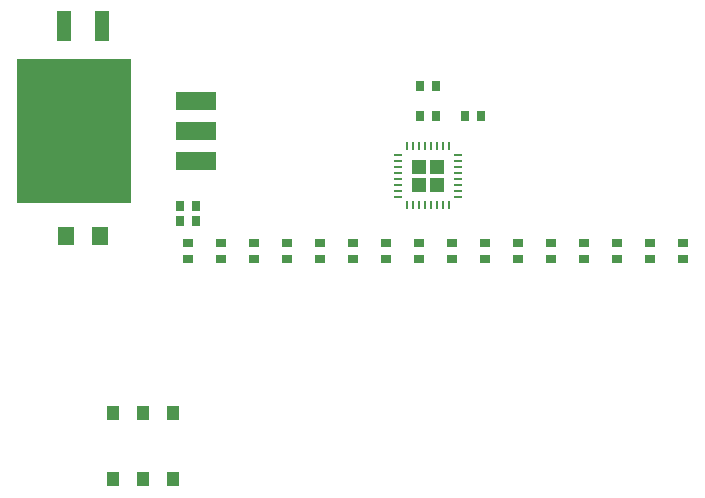
<source format=gbr>
G04 EAGLE Gerber RS-274X export*
G75*
%MOMM*%
%FSLAX34Y34*%
%LPD*%
%INSolderpaste Top*%
%IPPOS*%
%AMOC8*
5,1,8,0,0,1.08239X$1,22.5*%
G01*
%ADD10R,0.800000X0.284600*%
%ADD11R,0.284600X0.800000*%
%ADD12R,1.300000X1.300000*%
%ADD13R,0.700000X0.900000*%
%ADD14R,9.750000X12.200000*%
%ADD15R,3.500000X1.600000*%
%ADD16R,1.200000X2.500000*%
%ADD17R,1.400000X1.600000*%
%ADD18R,1.000000X1.150000*%
%ADD19R,0.900000X0.700000*%


D10*
X330600Y296900D03*
X330600Y291900D03*
X330600Y286900D03*
X330600Y281900D03*
X330600Y276900D03*
X330600Y271900D03*
X330600Y266900D03*
X330600Y261900D03*
D11*
X338100Y254400D03*
X343100Y254400D03*
X348100Y254400D03*
X353100Y254400D03*
X358100Y254400D03*
X363100Y254400D03*
X368100Y254400D03*
X373100Y254400D03*
D10*
X380600Y261900D03*
X380600Y266900D03*
X380600Y271900D03*
X380600Y276900D03*
X380600Y281900D03*
X380600Y286900D03*
X380600Y291900D03*
X380600Y296900D03*
D11*
X373100Y304400D03*
X368100Y304400D03*
X363100Y304400D03*
X358100Y304400D03*
X353100Y304400D03*
X348100Y304400D03*
X343100Y304400D03*
X338100Y304400D03*
D12*
X363600Y287400D03*
X363600Y271400D03*
X347600Y287400D03*
X347600Y271400D03*
D13*
X349100Y355600D03*
X362100Y355600D03*
D14*
X56200Y317500D03*
D15*
X158950Y317500D03*
X158950Y342900D03*
X158950Y292100D03*
D16*
X47000Y406400D03*
X80000Y406400D03*
D17*
X49500Y228600D03*
X77500Y228600D03*
D13*
X158900Y254000D03*
X145900Y254000D03*
X145900Y241300D03*
X158900Y241300D03*
D18*
X139300Y79050D03*
X114300Y79050D03*
X89300Y79050D03*
X139300Y22550D03*
X114300Y22550D03*
X89300Y22550D03*
D13*
X400200Y330200D03*
X387200Y330200D03*
X362100Y330200D03*
X349100Y330200D03*
D19*
X152400Y222400D03*
X152400Y209400D03*
X180340Y222400D03*
X180340Y209400D03*
X208280Y222400D03*
X208280Y209400D03*
X236220Y222400D03*
X236220Y209400D03*
X264160Y222400D03*
X264160Y209400D03*
X292100Y222400D03*
X292100Y209400D03*
X320040Y222400D03*
X320040Y209400D03*
X347980Y222400D03*
X347980Y209400D03*
X375920Y222400D03*
X375920Y209400D03*
X403860Y222400D03*
X403860Y209400D03*
X431800Y222400D03*
X431800Y209400D03*
X459740Y222400D03*
X459740Y209400D03*
X487680Y222400D03*
X487680Y209400D03*
X515620Y222400D03*
X515620Y209400D03*
X543560Y222400D03*
X543560Y209400D03*
X571500Y222400D03*
X571500Y209400D03*
M02*

</source>
